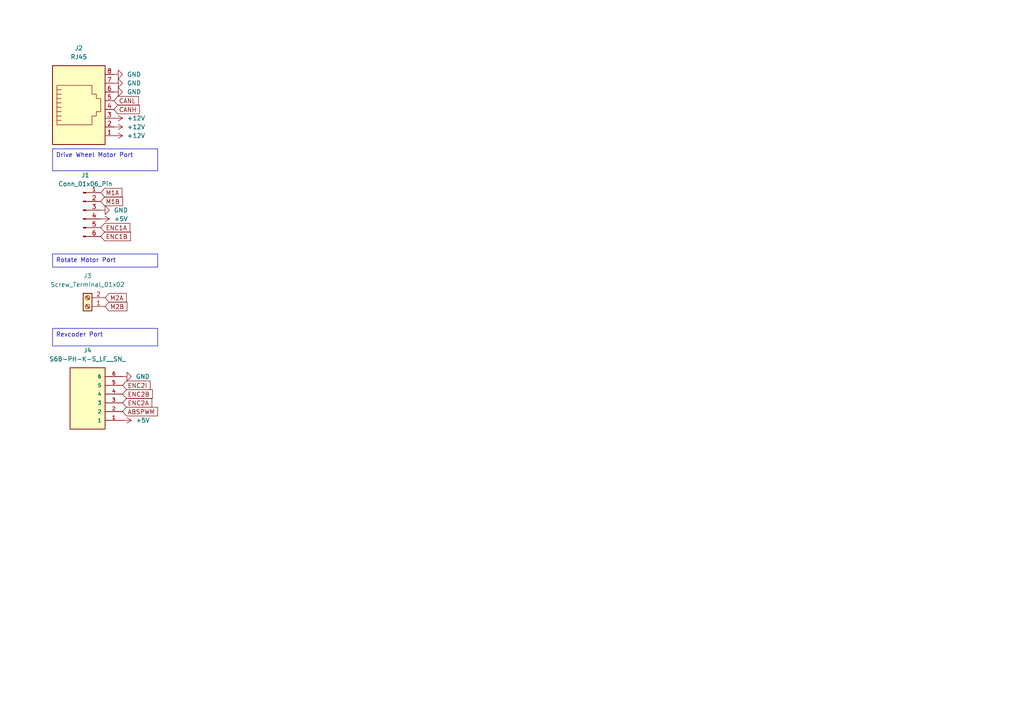
<source format=kicad_sch>
(kicad_sch (version 20231120) (generator "eeschema") (generator_version "8.0")
  (paper "A4")
  (lib_symbols
    (symbol "Connector:Conn_01x06_Pin" (pin_names (offset 1.016) hide)
      (property "Reference" "J" (at 0 7.62 0))
      (property "Value" "Conn_01x06_Pin" (at 0 -10.16 0))
      (symbol "Conn_01x06_Pin_1_1"
        (polyline (pts (xy 1.27 -7.62) (xy 0.8636 -7.62)) (stroke (width 0.1524)))
        (polyline (pts (xy 1.27 -5.08) (xy 0.8636 -5.08)) (stroke (width 0.1524)))
        (polyline (pts (xy 1.27 -2.54) (xy 0.8636 -2.54)) (stroke (width 0.1524)))
        (polyline (pts (xy 1.27 0) (xy 0.8636 0)) (stroke (width 0.1524)))
        (polyline (pts (xy 1.27 2.54) (xy 0.8636 2.54)) (stroke (width 0.1524)))
        (polyline (pts (xy 1.27 5.08) (xy 0.8636 5.08)) (stroke (width 0.1524)))
        (rectangle (start 0.8636 -7.493) (end 0 -7.747) (stroke (width 0.1524)) (fill (type outline)))
        (rectangle (start 0.8636 -4.953) (end 0 -5.207) (stroke (width 0.1524)) (fill (type outline)))
        (rectangle (start 0.8636 -2.413) (end 0 -2.667) (stroke (width 0.1524)) (fill (type outline)))
        (rectangle (start 0.8636 0.127) (end 0 -0.127) (stroke (width 0.1524)) (fill (type outline)))
        (rectangle (start 0.8636 2.667) (end 0 2.413) (stroke (width 0.1524)) (fill (type outline)))
        (rectangle (start 0.8636 5.207) (end 0 4.953) (stroke (width 0.1524)) (fill (type outline)))
        (pin passive line (at 5.08 5.08 180) (length 3.81) (name "Pin_1") (number "1"))
        (pin passive line (at 5.08 2.54 180) (length 3.81) (name "Pin_2") (number "2"))
        (pin passive line (at 5.08 0 180) (length 3.81) (name "Pin_3") (number "3"))
        (pin passive line (at 5.08 -2.54 180) (length 3.81) (name "Pin_4") (number "4"))
        (pin passive line (at 5.08 -5.08 180) (length 3.81) (name "Pin_5") (number "5"))
        (pin passive line (at 5.08 -7.62 180) (length 3.81) (name "Pin_6") (number "6"))
      )
    )
    (symbol "Connector:RJ45" (pin_names (offset 1.016))
      (property "Reference" "J" (at -5.08 13.97 0))
      (property "Value" "RJ45" (at 2.54 13.97 0))
      (symbol "RJ45_0_1"
        (polyline (pts (xy -5.08 4.445) (xy -6.35 4.445)))
        (polyline (pts (xy -5.08 5.715) (xy -6.35 5.715)))
        (polyline (pts (xy -6.35 -3.175) (xy -5.08 -3.175) (xy -5.08 -3.175)))
        (polyline (pts (xy -6.35 -1.905) (xy -5.08 -1.905) (xy -5.08 -1.905)))
        (polyline (pts (xy -6.35 -0.635) (xy -5.08 -0.635) (xy -5.08 -0.635)))
        (polyline (pts (xy -6.35 0.635) (xy -5.08 0.635) (xy -5.08 0.635)))
        (polyline (pts (xy -6.35 1.905) (xy -5.08 1.905) (xy -5.08 1.905)))
        (polyline (pts (xy -5.08 3.175) (xy -6.35 3.175) (xy -6.35 3.175)))
        (polyline (pts (xy -6.35 -4.445) (xy -6.35 6.985) (xy 3.81 6.985) (xy 3.81 4.445) (xy 5.08 4.445) (xy 5.08 3.175) (xy 6.35 3.175) (xy 6.35 -0.635) (xy 5.08 -0.635) (xy 5.08 -1.905) (xy 3.81 -1.905) (xy 3.81 -4.445) (xy -6.35 -4.445) (xy -6.35 -4.445)))
        (rectangle (start 7.62 12.7) (end -7.62 -10.16) (stroke (width 0.254)) (fill (type background)))
      )
      (symbol "RJ45_1_1"
        (pin passive line (at 10.16 -7.62 180) (length 2.54) (name "~") (number "1"))
        (pin passive line (at 10.16 -5.08 180) (length 2.54) (name "~") (number "2"))
        (pin passive line (at 10.16 -2.54 180) (length 2.54) (name "~") (number "3"))
        (pin passive line (at 10.16 0 180) (length 2.54) (name "~") (number "4"))
        (pin passive line (at 10.16 2.54 180) (length 2.54) (name "~") (number "5"))
        (pin passive line (at 10.16 5.08 180) (length 2.54) (name "~") (number "6"))
        (pin passive line (at 10.16 7.62 180) (length 2.54) (name "~") (number "7"))
        (pin passive line (at 10.16 10.16 180) (length 2.54) (name "~") (number "8"))
      )
    )
    (symbol "Connector:Screw_Terminal_01x02" (pin_names (offset 1.016) hide)
      (property "Reference" "J" (at 0 2.54 0))
      (property "Value" "Screw_Terminal_01x02" (at 0 -5.08 0))
      (symbol "Screw_Terminal_01x02_1_1"
        (rectangle (start -1.27 1.27) (end 1.27 -3.81) (stroke (width 0.254)) (fill (type background)))
        (circle (center 0 -2.54) (radius 0.635) (stroke (width 0.1524)))
        (polyline (pts (xy -0.5334 -2.2098) (xy 0.3302 -3.048)) (stroke (width 0.1524)))
        (polyline (pts (xy -0.5334 0.3302) (xy 0.3302 -0.508)) (stroke (width 0.1524)))
        (polyline (pts (xy -0.3556 -2.032) (xy 0.508 -2.8702)) (stroke (width 0.1524)))
        (polyline (pts (xy -0.3556 0.508) (xy 0.508 -0.3302)) (stroke (width 0.1524)))
        (circle (center 0 0) (radius 0.635) (stroke (width 0.1524)))
        (pin passive line (at -5.08 0 0) (length 3.81) (name "Pin_1") (number "1"))
        (pin passive line (at -5.08 -2.54 0) (length 3.81) (name "Pin_2") (number "2"))
      )
    )
    (symbol "S6B-PH-K-S_LF__SN_:S6B-PH-K-S_LF__SN_" (pin_names (offset 1.016))
      (property "Reference" "J" (at -5.08 8.1397 0))
      (property "Value" "S6B-PH-K-S_LF__SN_" (at -5.08 -12.7154 0))
      (symbol "S6B-PH-K-S_LF__SN__0_0"
        (rectangle (start -5.08 -10.16) (end 5.08 7.62) (stroke (width 0.254)) (fill (type background)))
        (pin passive line (at -10.16 5.08 0) (length 5.08) (name "1") (number "1"))
        (pin passive line (at -10.16 2.54 0) (length 5.08) (name "2") (number "2"))
        (pin passive line (at -10.16 0 0) (length 5.08) (name "3") (number "3"))
        (pin passive line (at -10.16 -2.54 0) (length 5.08) (name "4") (number "4"))
        (pin passive line (at -10.16 -5.08 0) (length 5.08) (name "5") (number "5"))
        (pin passive line (at -10.16 -7.62 0) (length 5.08) (name "6") (number "6"))
      )
    )
    (symbol "power:+12V" (power) (pin_numbers hide) (pin_names (offset 0) hide)
      (property "Value" "+12V" (at 0 3.556 0))
      (symbol "+12V_0_1"
        (polyline (pts (xy -0.762 1.27) (xy 0 2.54)))
        (polyline (pts (xy 0 0) (xy 0 2.54)))
        (polyline (pts (xy 0 2.54) (xy 0.762 1.27)))
      )
      (symbol "+12V_1_1"
        (pin power_in line (at 0 0 90) (length 0) (name "~") (number "1"))
      )
    )
    (symbol "power:+5V" (power) (pin_numbers hide) (pin_names (offset 0) hide)
      (property "Value" "+5V" (at 0 3.556 0))
      (symbol "+5V_0_1"
        (polyline (pts (xy -0.762 1.27) (xy 0 2.54)))
        (polyline (pts (xy 0 0) (xy 0 2.54)))
        (polyline (pts (xy 0 2.54) (xy 0.762 1.27)))
      )
      (symbol "+5V_1_1"
        (pin power_in line (at 0 0 90) (length 0) (name "~") (number "1"))
      )
    )
    (symbol "power:GND" (power) (pin_numbers hide) (pin_names (offset 0) hide)
      (property "Value" "GND" (at 0 -3.81 0))
      (symbol "GND_0_1"
        (polyline (pts (xy 0 0) (xy 0 -1.27) (xy 1.27 -1.27) (xy 0 -2.54) (xy -1.27 -1.27) (xy 0 -1.27)))
      )
      (symbol "GND_1_1"
        (pin power_in line (at 0 0 270) (length 0) (name "~") (number "1"))
      )
    )
  )
  (text_box "Rotate Motor Port" (at 15.24 73.66 0) (size 30.48 3.81) (effects (font (size 1.27 1.27)) (justify left top)))
  (text_box "Drive Wheel Motor Port\n" (at 15.24 43.18 0) (size 30.48 6.35) (effects (font (size 1.27 1.27)) (justify left top)))
  (text_box "Revcoder Port" (at 15.24 95.25 0) (size 30.48 5.08) (effects (font (size 1.27 1.27)) (justify left top)))
  (global_label "M2B" (shape input) (at 30.48 88.9 0) (property "Intersheetrefs" "${INTERSHEET_REFS}" (effects (hide yes))))
  (global_label "CANH" (shape input) (at 33.02 31.75 0) (property "Intersheetrefs" "${INTERSHEET_REFS}" (effects (hide yes))))
  (global_label "M1A" (shape input) (at 29.21 55.88 0) (property "Intersheetrefs" "${INTERSHEET_REFS}" (effects (hide yes))))
  (global_label "M1B" (shape input) (at 29.21 58.42 0) (property "Intersheetrefs" "${INTERSHEET_REFS}" (effects (hide yes))))
  (global_label "ENC2A" (shape input) (at 35.56 116.84 0) (property "Intersheetrefs" "${INTERSHEET_REFS}" (effects (hide yes))))
  (global_label "ENC1B" (shape input) (at 29.21 68.58 0) (property "Intersheetrefs" "${INTERSHEET_REFS}" (effects (hide yes))))
  (global_label "ENC2B" (shape input) (at 35.56 114.3 0) (property "Intersheetrefs" "${INTERSHEET_REFS}" (effects (hide yes))))
  (global_label "CANL" (shape input) (at 33.02 29.21 0) (property "Intersheetrefs" "${INTERSHEET_REFS}" (effects (hide yes))))
  (global_label "ENC2I" (shape input) (at 35.56 111.76 0) (property "Intersheetrefs" "${INTERSHEET_REFS}" (effects (hide yes))))
  (global_label "M2A" (shape input) (at 30.48 86.36 0) (property "Intersheetrefs" "${INTERSHEET_REFS}" (effects (hide yes))))
  (global_label "ENC1A" (shape input) (at 29.21 66.04 0) (property "Intersheetrefs" "${INTERSHEET_REFS}" (effects (hide yes))))
  (global_label "ABSPWM" (shape input) (at 35.56 119.38 0) (property "Intersheetrefs" "${INTERSHEET_REFS}" (effects (hide yes))))
  (symbol (lib_id "Connector:RJ45") (at 22.86 31.75 0) (unit 1)
    (property "Reference" "J2" (at 22.86 13.97 0))
    (property "Value" "RJ45" (at 22.86 16.51 0))
    (property "Description" "RJ connector, 8P8C (8 positions 8 connected)" (effects (hide yes)))
  )
  (symbol (lib_id "power:GND") (at 33.02 26.67 90) (unit 1)
    (property "Reference" "#PWR05" (effects (hide yes)))
    (property "Value" "GND" (at 36.83 26.6699 90) (effects (justify right)))
    (property "Description" "Power symbol creates a global label with name \"GND\" , ground" (effects (hide yes)))
  )
  (symbol (lib_id "power:+12V") (at 33.02 39.37 270) (unit 1)
    (property "Reference" "#PWR01" (effects (hide yes)))
    (property "Value" "+12V" (at 36.83 39.3699 90) (effects (justify left)))
    (property "Description" "Power symbol creates a global label with name \"+12V\"" (effects (hide yes)))
  )
  (symbol (lib_id "S6B-PH-K-S_LF__SN_:S6B-PH-K-S_LF__SN_") (at 25.4 116.84 180) (unit 1)
    (property "Reference" "J4" (at 25.4 101.6 0))
    (property "Value" "S6B-PH-K-S_LF__SN_" (at 25.4 104.14 0))
    (property "Footprint" "S6B-PH-K-S_LF__SN_:JST_S6B-PH-K-S_LF__SN_" (effects (hide yes)))
    (property "MF" "JST Sales" (effects (hide yes)))
    (property "MAXIMUM_PACKAGE_HEIGHT" "4.8mm" (effects (hide yes)))
    (property "Package" "NON STANDARD-6 J.S.T." (effects (hide yes)))
    (property "Price" "None" (effects (hide yes)))
    (property "Check_prices" "https://www.snapeda.com/parts/S6B-PH-K-S(LF)(SN)/JST+Sales+America+Inc./view-part/?ref=eda" (effects (hide yes)))
    (property "STANDARD" "Manufacturer Recommendation" (effects (hide yes)))
    (property "PARTREV" "N/A" (effects (hide yes)))
    (property "SnapEDA_Link" "https://www.snapeda.com/parts/S6B-PH-K-S(LF)(SN)/JST+Sales+America+Inc./view-part/?ref=snap" (effects (hide yes)))
    (property "MP" "S6B-PH-K-S(LF)(SN)" (effects (hide yes)))
    (property "Description_1" "\nConnector Header Through Hole, Right Angle 6 position 0.079 (2.00mm)\n" (effects (hide yes)))
    (property "Availability" "In Stock" (effects (hide yes)))
    (property "MANUFACTURER" "JST" (effects (hide yes)))
  )
  (symbol (lib_id "Connector:Conn_01x06_Pin") (at 24.13 60.96 0) (unit 1)
    (property "Reference" "J1" (at 24.765 50.8 0))
    (property "Value" "Conn_01x06_Pin" (at 24.765 53.34 0))
    (property "Description" "Generic connector, single row, 01x06, script generated" (effects (hide yes)))
  )
  (symbol (lib_id "power:+5V") (at 35.56 121.92 270) (unit 1)
    (property "Reference" "#PWR035" (effects (hide yes)))
    (property "Value" "+5V" (at 39.37 121.9199 90) (effects (justify left)))
    (property "Description" "Power symbol creates a global label with name \"+5V\"" (effects (hide yes)))
  )
  (symbol (lib_id "power:GND") (at 29.21 60.96 90) (unit 1)
    (property "Reference" "#PWR033" (effects (hide yes)))
    (property "Value" "GND" (at 33.02 60.9599 90) (effects (justify right)))
    (property "Description" "Power symbol creates a global label with name \"GND\" , ground" (effects (hide yes)))
  )
  (symbol (lib_id "power:+12V") (at 33.02 36.83 270) (unit 1)
    (property "Reference" "#PWR02" (effects (hide yes)))
    (property "Value" "+12V" (at 36.83 36.8299 90) (effects (justify left)))
    (property "Description" "Power symbol creates a global label with name \"+12V\"" (effects (hide yes)))
  )
  (symbol (lib_id "power:GND") (at 33.02 24.13 90) (unit 1)
    (property "Reference" "#PWR04" (effects (hide yes)))
    (property "Value" "GND" (at 36.83 24.1299 90) (effects (justify right)))
    (property "Description" "Power symbol creates a global label with name \"GND\" , ground" (effects (hide yes)))
  )
  (symbol (lib_id "Connector:Screw_Terminal_01x02") (at 25.4 88.9 180) (unit 1)
    (property "Reference" "J3" (at 25.4 80.01 0))
    (property "Value" "Screw_Terminal_01x02" (at 25.4 82.55 0))
    (property "Description" "Generic screw terminal, single row, 01x02, script generated (kicad-library-utils/schlib/autogen/connector/)" (effects (hide yes)))
  )
  (symbol (lib_id "power:GND") (at 33.02 21.59 90) (unit 1)
    (property "Reference" "#PWR06" (effects (hide yes)))
    (property "Value" "GND" (at 36.83 21.5899 90) (effects (justify right)))
    (property "Description" "Power symbol creates a global label with name \"GND\" , ground" (effects (hide yes)))
  )
  (symbol (lib_id "power:+5V") (at 29.21 63.5 270) (unit 1)
    (property "Reference" "#PWR034" (effects (hide yes)))
    (property "Value" "+5V" (at 33.02 63.4999 90) (effects (justify left)))
    (property "Description" "Power symbol creates a global label with name \"+5V\"" (effects (hide yes)))
  )
  (symbol (lib_id "power:GND") (at 35.56 109.22 90) (unit 1)
    (property "Reference" "#PWR036" (effects (hide yes)))
    (property "Value" "GND" (at 39.37 109.2199 90) (effects (justify right)))
    (property "Description" "Power symbol creates a global label with name \"GND\" , ground" (effects (hide yes)))
  )
  (symbol (lib_id "power:+12V") (at 33.02 34.29 270) (unit 1)
    (property "Reference" "#PWR03" (effects (hide yes)))
    (property "Value" "+12V" (at 36.83 34.2899 90) (effects (justify left)))
    (property "Description" "Power symbol creates a global label with name \"+12V\"" (effects (hide yes)))
  )
)
</source>
